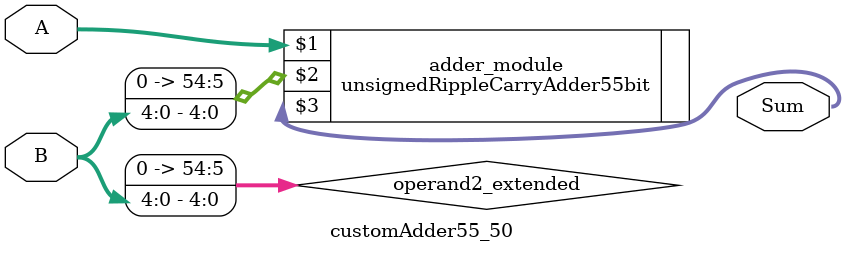
<source format=v>
module customAdder55_50(
                        input [54 : 0] A,
                        input [4 : 0] B,
                        
                        output [55 : 0] Sum
                );

        wire [54 : 0] operand2_extended;
        
        assign operand2_extended =  {50'b0, B};
        
        unsignedRippleCarryAdder55bit adder_module(
            A,
            operand2_extended,
            Sum
        );
        
        endmodule
        
</source>
